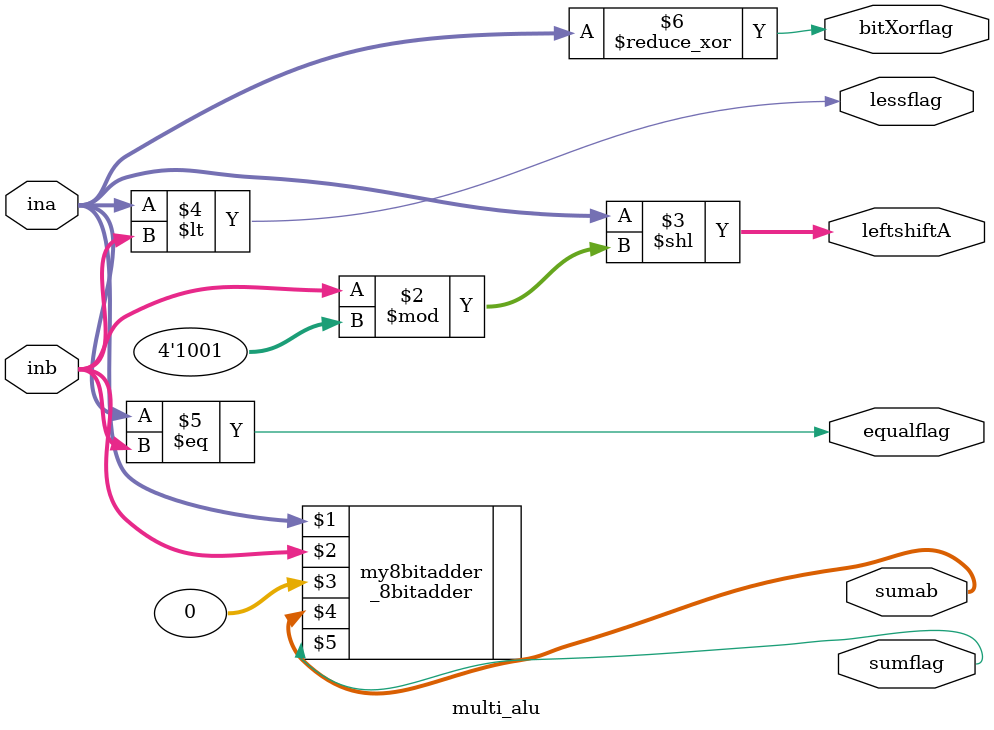
<source format=v>
`timescale 1ns / 1ps

module multi_alu(
    input [7:0] ina,
    input [7:0] inb,
    output [7:0] sumab,
    output sumflag,
    output [15:0] leftshiftA,
    output lessflag,
    output equalflag,
    output bitXorflag
);
_8bitadder my8bitadder(ina,inb,0,sumab,sumflag);
assign leftshiftA = ina << (inb % 4'd9);
assign lessflag = ina < inb;
assign equalflag = ina == inb;
assign bitXorflag = ^ina;
endmodule


</source>
